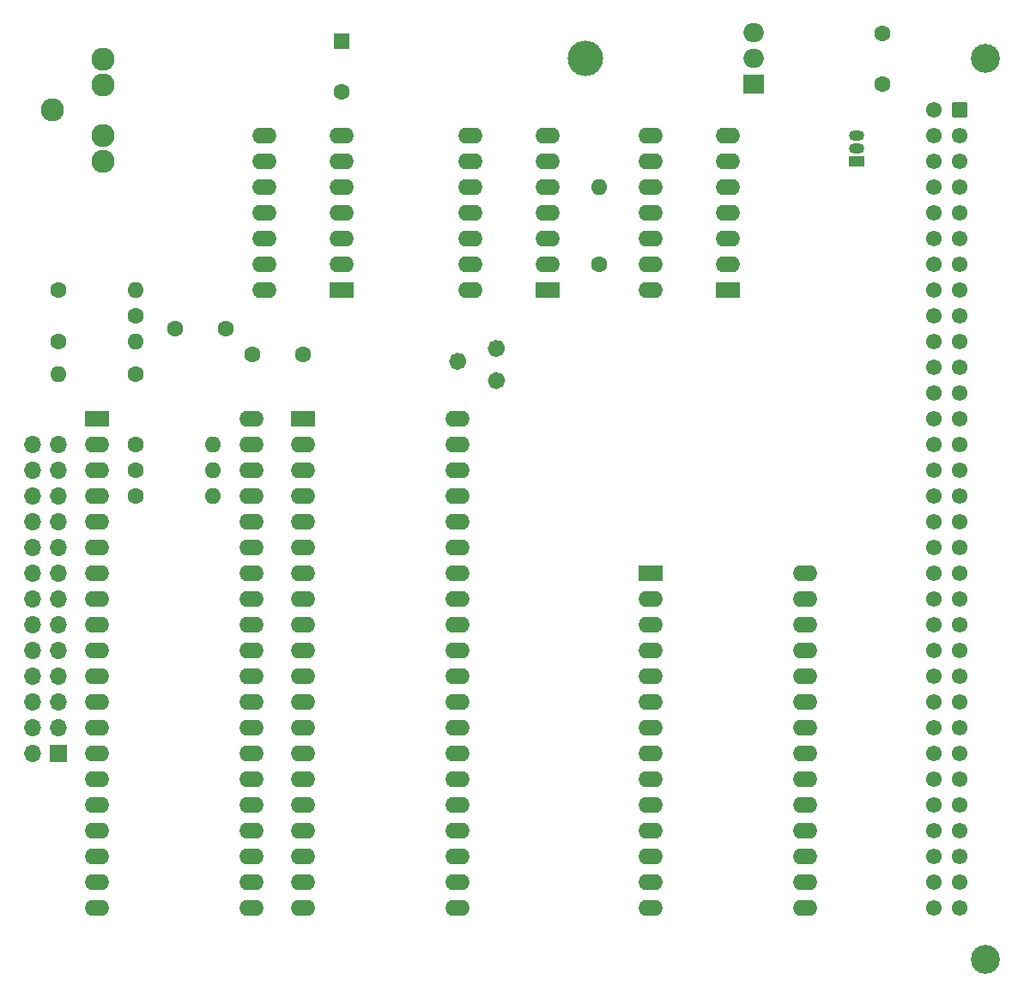
<source format=gbr>
%TF.GenerationSoftware,KiCad,Pcbnew,7.0.8+1*%
%TF.CreationDate,2023-11-19T13:01:47+01:00*%
%TF.ProjectId,QL_Qsound10x10,514c5f51-736f-4756-9e64-31307831302e,rev?*%
%TF.SameCoordinates,Original*%
%TF.FileFunction,Soldermask,Bot*%
%TF.FilePolarity,Negative*%
%FSLAX46Y46*%
G04 Gerber Fmt 4.6, Leading zero omitted, Abs format (unit mm)*
G04 Created by KiCad (PCBNEW 7.0.8+1) date 2023-11-19 13:01:47*
%MOMM*%
%LPD*%
G01*
G04 APERTURE LIST*
G04 Aperture macros list*
%AMRoundRect*
0 Rectangle with rounded corners*
0 $1 Rounding radius*
0 $2 $3 $4 $5 $6 $7 $8 $9 X,Y pos of 4 corners*
0 Add a 4 corners polygon primitive as box body*
4,1,4,$2,$3,$4,$5,$6,$7,$8,$9,$2,$3,0*
0 Add four circle primitives for the rounded corners*
1,1,$1+$1,$2,$3*
1,1,$1+$1,$4,$5*
1,1,$1+$1,$6,$7*
1,1,$1+$1,$8,$9*
0 Add four rect primitives between the rounded corners*
20,1,$1+$1,$2,$3,$4,$5,0*
20,1,$1+$1,$4,$5,$6,$7,0*
20,1,$1+$1,$6,$7,$8,$9,0*
20,1,$1+$1,$8,$9,$2,$3,0*%
G04 Aperture macros list end*
%ADD10C,0.875000*%
%ADD11C,2.286000*%
%ADD12R,2.400000X1.600000*%
%ADD13O,2.400000X1.600000*%
%ADD14C,1.600000*%
%ADD15O,1.600000X1.600000*%
%ADD16R,1.500000X1.050000*%
%ADD17O,1.500000X1.050000*%
%ADD18R,1.700000X1.700000*%
%ADD19O,1.700000X1.700000*%
%ADD20O,3.500000X3.500000*%
%ADD21R,2.000000X1.905000*%
%ADD22O,2.000000X1.905000*%
%ADD23C,2.850000*%
%ADD24RoundRect,0.249999X-0.525001X0.525001X-0.525001X-0.525001X0.525001X-0.525001X0.525001X0.525001X0*%
%ADD25C,1.550000*%
%ADD26R,1.600000X1.600000*%
G04 APERTURE END LIST*
D10*
X141407500Y-78105000D02*
G75*
G03*
X141407500Y-78105000I-437500J0D01*
G01*
X145217500Y-80010000D02*
G75*
G03*
X145217500Y-80010000I-437500J0D01*
G01*
X145217500Y-76835000D02*
G75*
G03*
X145217500Y-76835000I-437500J0D01*
G01*
D11*
%TO.C,J3*%
X100965000Y-53340000D03*
X105965000Y-48340000D03*
X105965000Y-50840000D03*
X105965000Y-58340000D03*
X105965000Y-55840000D03*
%TD*%
D12*
%TO.C,U7*%
X125730000Y-83820000D03*
D13*
X125730000Y-86360000D03*
X125730000Y-88900000D03*
X125730000Y-91440000D03*
X125730000Y-93980000D03*
X125730000Y-96520000D03*
X125730000Y-99060000D03*
X125730000Y-101600000D03*
X125730000Y-104140000D03*
X125730000Y-106680000D03*
X125730000Y-109220000D03*
X125730000Y-111760000D03*
X125730000Y-114300000D03*
X125730000Y-116840000D03*
X125730000Y-119380000D03*
X125730000Y-121920000D03*
X125730000Y-124460000D03*
X125730000Y-127000000D03*
X125730000Y-129540000D03*
X125730000Y-132080000D03*
X140970000Y-132080000D03*
X140970000Y-129540000D03*
X140970000Y-127000000D03*
X140970000Y-124460000D03*
X140970000Y-121920000D03*
X140970000Y-119380000D03*
X140970000Y-116840000D03*
X140970000Y-114300000D03*
X140970000Y-111760000D03*
X140970000Y-109220000D03*
X140970000Y-106680000D03*
X140970000Y-104140000D03*
X140970000Y-101600000D03*
X140970000Y-99060000D03*
X140970000Y-96520000D03*
X140970000Y-93980000D03*
X140970000Y-91440000D03*
X140970000Y-88900000D03*
X140970000Y-86360000D03*
X140970000Y-83820000D03*
%TD*%
D14*
%TO.C,C5*%
X120690000Y-77470000D03*
X125690000Y-77470000D03*
%TD*%
%TO.C,R5*%
X109220000Y-79375000D03*
D15*
X101600000Y-79375000D03*
%TD*%
D16*
%TO.C,Q1*%
X180340000Y-58420000D03*
D17*
X180340000Y-57150000D03*
X180340000Y-55880000D03*
%TD*%
D14*
%TO.C,R4*%
X109220000Y-88900000D03*
D15*
X116840000Y-88900000D03*
%TD*%
D14*
%TO.C,R6*%
X109220000Y-86360000D03*
D15*
X116840000Y-86360000D03*
%TD*%
D12*
%TO.C,U2*%
X149860000Y-71120000D03*
D13*
X149860000Y-68580000D03*
X149860000Y-66040000D03*
X149860000Y-63500000D03*
X149860000Y-60960000D03*
X149860000Y-58420000D03*
X149860000Y-55880000D03*
X142240000Y-55880000D03*
X142240000Y-58420000D03*
X142240000Y-60960000D03*
X142240000Y-63500000D03*
X142240000Y-66040000D03*
X142240000Y-68580000D03*
X142240000Y-71120000D03*
%TD*%
D18*
%TO.C,J2*%
X101605000Y-116840000D03*
D19*
X99065000Y-116840000D03*
X101605000Y-114300000D03*
X99065000Y-114300000D03*
X101605000Y-111760000D03*
X99065000Y-111760000D03*
X101605000Y-109220000D03*
X99065000Y-109220000D03*
X101605000Y-106680000D03*
X99065000Y-106680000D03*
X101605000Y-104140000D03*
X99065000Y-104140000D03*
X101605000Y-101600000D03*
X99065000Y-101600000D03*
X101605000Y-99060000D03*
X99065000Y-99060000D03*
X101605000Y-96520000D03*
X99065000Y-96520000D03*
X101605000Y-93980000D03*
X99065000Y-93980000D03*
X101605000Y-91440000D03*
X99065000Y-91440000D03*
X101605000Y-88900000D03*
X99065000Y-88900000D03*
X101605000Y-86360000D03*
X99065000Y-86360000D03*
%TD*%
D14*
%TO.C,C3*%
X118070000Y-74930000D03*
X113070000Y-74930000D03*
%TD*%
%TO.C,J4*%
X109220000Y-73660000D03*
%TD*%
%TO.C,R7*%
X101600000Y-71120000D03*
D15*
X109220000Y-71120000D03*
%TD*%
D14*
%TO.C,R2*%
X101600000Y-76200000D03*
D15*
X109220000Y-76200000D03*
%TD*%
D14*
%TO.C,R3*%
X109220000Y-91440000D03*
D15*
X116840000Y-91440000D03*
%TD*%
D14*
%TO.C,R1*%
X154940000Y-68580000D03*
D15*
X154940000Y-60960000D03*
%TD*%
D12*
%TO.C,U5*%
X129540000Y-71120000D03*
D13*
X129540000Y-68580000D03*
X129540000Y-66040000D03*
X129540000Y-63500000D03*
X129540000Y-60960000D03*
X129540000Y-58420000D03*
X129540000Y-55880000D03*
X121920000Y-55880000D03*
X121920000Y-58420000D03*
X121920000Y-60960000D03*
X121920000Y-63500000D03*
X121920000Y-66040000D03*
X121920000Y-68580000D03*
X121920000Y-71120000D03*
%TD*%
D12*
%TO.C,U3*%
X167640000Y-71120000D03*
D13*
X167640000Y-68580000D03*
X167640000Y-66040000D03*
X167640000Y-63500000D03*
X167640000Y-60960000D03*
X167640000Y-58420000D03*
X167640000Y-55880000D03*
X160020000Y-55880000D03*
X160020000Y-58420000D03*
X160020000Y-60960000D03*
X160020000Y-63500000D03*
X160020000Y-66040000D03*
X160020000Y-68580000D03*
X160020000Y-71120000D03*
%TD*%
D14*
%TO.C,C2*%
X182880000Y-50760000D03*
X182880000Y-45760000D03*
%TD*%
D20*
%TO.C,U1*%
X153520000Y-48260000D03*
D21*
X170180000Y-50800000D03*
D22*
X170180000Y-48260000D03*
X170180000Y-45720000D03*
%TD*%
D12*
%TO.C,U6*%
X105410000Y-83820000D03*
D13*
X105410000Y-86360000D03*
X105410000Y-88900000D03*
X105410000Y-91440000D03*
X105410000Y-93980000D03*
X105410000Y-96520000D03*
X105410000Y-99060000D03*
X105410000Y-101600000D03*
X105410000Y-104140000D03*
X105410000Y-106680000D03*
X105410000Y-109220000D03*
X105410000Y-111760000D03*
X105410000Y-114300000D03*
X105410000Y-116840000D03*
X105410000Y-119380000D03*
X105410000Y-121920000D03*
X105410000Y-124460000D03*
X105410000Y-127000000D03*
X105410000Y-129540000D03*
X105410000Y-132080000D03*
X120650000Y-132080000D03*
X120650000Y-129540000D03*
X120650000Y-127000000D03*
X120650000Y-124460000D03*
X120650000Y-121920000D03*
X120650000Y-119380000D03*
X120650000Y-116840000D03*
X120650000Y-114300000D03*
X120650000Y-111760000D03*
X120650000Y-109220000D03*
X120650000Y-106680000D03*
X120650000Y-104140000D03*
X120650000Y-101600000D03*
X120650000Y-99060000D03*
X120650000Y-96520000D03*
X120650000Y-93980000D03*
X120650000Y-91440000D03*
X120650000Y-88900000D03*
X120650000Y-86360000D03*
X120650000Y-83820000D03*
%TD*%
D23*
%TO.C,J1*%
X193040000Y-48260000D03*
X193040000Y-137160000D03*
D24*
X190500000Y-53340000D03*
D25*
X190500000Y-55880000D03*
X190500000Y-58420000D03*
X190500000Y-60960000D03*
X190500000Y-63500000D03*
X190500000Y-66040000D03*
X190500000Y-68580000D03*
X190500000Y-71120000D03*
X190500000Y-73660000D03*
X190500000Y-76200000D03*
X190500000Y-78740000D03*
X190500000Y-81280000D03*
X190500000Y-83820000D03*
X190500000Y-86360000D03*
X190500000Y-88900000D03*
X190500000Y-91440000D03*
X190500000Y-93980000D03*
X190500000Y-96520000D03*
X190500000Y-99060000D03*
X190500000Y-101600000D03*
X190500000Y-104140000D03*
X190500000Y-106680000D03*
X190500000Y-109220000D03*
X190500000Y-111760000D03*
X190500000Y-114300000D03*
X190500000Y-116840000D03*
X190500000Y-119380000D03*
X190500000Y-121920000D03*
X190500000Y-124460000D03*
X190500000Y-127000000D03*
X190500000Y-129540000D03*
X190500000Y-132080000D03*
X187960000Y-53340000D03*
X187960000Y-55880000D03*
X187960000Y-58420000D03*
X187960000Y-60960000D03*
X187960000Y-63500000D03*
X187960000Y-66040000D03*
X187960000Y-68580000D03*
X187960000Y-71120000D03*
X187960000Y-73660000D03*
X187960000Y-76200000D03*
X187960000Y-78740000D03*
X187960000Y-81280000D03*
X187960000Y-83820000D03*
X187960000Y-86360000D03*
X187960000Y-88900000D03*
X187960000Y-91440000D03*
X187960000Y-93980000D03*
X187960000Y-96520000D03*
X187960000Y-99060000D03*
X187960000Y-101600000D03*
X187960000Y-104140000D03*
X187960000Y-106680000D03*
X187960000Y-109220000D03*
X187960000Y-111760000D03*
X187960000Y-114300000D03*
X187960000Y-116840000D03*
X187960000Y-119380000D03*
X187960000Y-121920000D03*
X187960000Y-124460000D03*
X187960000Y-127000000D03*
X187960000Y-129540000D03*
X187960000Y-132080000D03*
%TD*%
D26*
%TO.C,C4*%
X129540000Y-46492349D03*
D14*
X129540000Y-51492349D03*
%TD*%
D12*
%TO.C,U4*%
X160020000Y-99060000D03*
D13*
X160020000Y-101600000D03*
X160020000Y-104140000D03*
X160020000Y-106680000D03*
X160020000Y-109220000D03*
X160020000Y-111760000D03*
X160020000Y-114300000D03*
X160020000Y-116840000D03*
X160020000Y-119380000D03*
X160020000Y-121920000D03*
X160020000Y-124460000D03*
X160020000Y-127000000D03*
X160020000Y-129540000D03*
X160020000Y-132080000D03*
X175260000Y-132080000D03*
X175260000Y-129540000D03*
X175260000Y-127000000D03*
X175260000Y-124460000D03*
X175260000Y-121920000D03*
X175260000Y-119380000D03*
X175260000Y-116840000D03*
X175260000Y-114300000D03*
X175260000Y-111760000D03*
X175260000Y-109220000D03*
X175260000Y-106680000D03*
X175260000Y-104140000D03*
X175260000Y-101600000D03*
X175260000Y-99060000D03*
%TD*%
M02*

</source>
